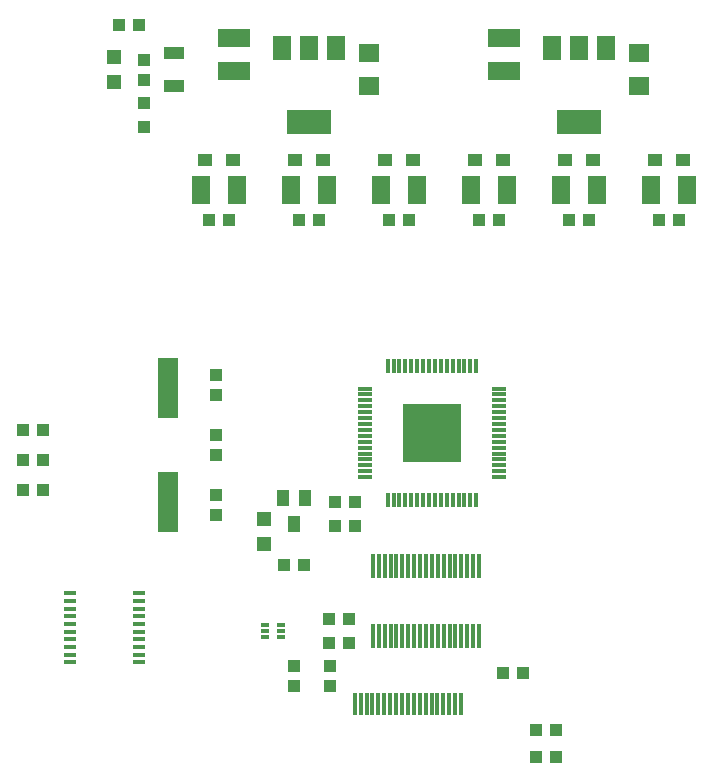
<source format=gtp>
G75*
G70*
%OFA0B0*%
%FSLAX24Y24*%
%IPPOS*%
%LPD*%
%AMOC8*
5,1,8,0,0,1.08239X$1,22.5*
%
%ADD10R,0.0118X0.0472*%
%ADD11R,0.0472X0.0118*%
%ADD12R,0.1969X0.1969*%
%ADD13R,0.0118X0.0748*%
%ADD14R,0.0118X0.0787*%
%ADD15R,0.0709X0.0394*%
%ADD16R,0.0394X0.0394*%
%ADD17R,0.0394X0.0433*%
%ADD18R,0.0472X0.0472*%
%ADD19R,0.1063X0.0630*%
%ADD20R,0.0709X0.0630*%
%ADD21R,0.0472X0.0394*%
%ADD22R,0.0630X0.0945*%
%ADD23R,0.0433X0.0394*%
%ADD24R,0.0590X0.0790*%
%ADD25R,0.1500X0.0790*%
%ADD26R,0.0700X0.2000*%
%ADD27R,0.0390X0.0120*%
%ADD28R,0.0276X0.0118*%
%ADD29R,0.0394X0.0551*%
D10*
X016124Y010824D03*
X016320Y010824D03*
X016517Y010824D03*
X016714Y010824D03*
X016911Y010824D03*
X017108Y010824D03*
X017305Y010824D03*
X017502Y010824D03*
X017698Y010824D03*
X017895Y010824D03*
X018092Y010824D03*
X018289Y010824D03*
X018486Y010824D03*
X018683Y010824D03*
X018880Y010824D03*
X019076Y010824D03*
X019076Y015312D03*
X018880Y015312D03*
X018683Y015312D03*
X018486Y015312D03*
X018289Y015312D03*
X018092Y015312D03*
X017895Y015312D03*
X017698Y015312D03*
X017502Y015312D03*
X017305Y015312D03*
X017108Y015312D03*
X016911Y015312D03*
X016714Y015312D03*
X016517Y015312D03*
X016320Y015312D03*
X016124Y015312D03*
D11*
X015356Y014545D03*
X015356Y014348D03*
X015356Y014151D03*
X015356Y013954D03*
X015356Y013757D03*
X015356Y013560D03*
X015356Y013364D03*
X015356Y013167D03*
X015356Y012970D03*
X015356Y012773D03*
X015356Y012576D03*
X015356Y012379D03*
X015356Y012182D03*
X015356Y011986D03*
X015356Y011789D03*
X015356Y011592D03*
X019844Y011592D03*
X019844Y011789D03*
X019844Y011986D03*
X019844Y012182D03*
X019844Y012379D03*
X019844Y012576D03*
X019844Y012773D03*
X019844Y012970D03*
X019844Y013167D03*
X019844Y013364D03*
X019844Y013560D03*
X019844Y013757D03*
X019844Y013954D03*
X019844Y014151D03*
X019844Y014348D03*
X019844Y014545D03*
D12*
X017600Y013068D03*
D13*
X017586Y004042D03*
X017783Y004042D03*
X017980Y004042D03*
X018176Y004042D03*
X018373Y004042D03*
X018570Y004042D03*
X017389Y004042D03*
X017192Y004042D03*
X016995Y004042D03*
X016798Y004042D03*
X016602Y004042D03*
X016405Y004042D03*
X016208Y004042D03*
X016011Y004042D03*
X015814Y004042D03*
X015617Y004042D03*
X015420Y004042D03*
X015224Y004042D03*
X015027Y004042D03*
D14*
X015628Y006307D03*
X015825Y006307D03*
X016022Y006307D03*
X016219Y006307D03*
X016416Y006307D03*
X016613Y006307D03*
X016809Y006307D03*
X017006Y006307D03*
X017203Y006307D03*
X017400Y006307D03*
X017597Y006307D03*
X017794Y006307D03*
X017991Y006307D03*
X018187Y006307D03*
X018384Y006307D03*
X018581Y006307D03*
X018778Y006307D03*
X018975Y006307D03*
X019172Y006307D03*
X019172Y008630D03*
X018975Y008630D03*
X018778Y008630D03*
X018581Y008630D03*
X018384Y008630D03*
X018187Y008630D03*
X017991Y008630D03*
X017794Y008630D03*
X017597Y008630D03*
X017400Y008630D03*
X017203Y008630D03*
X017006Y008630D03*
X016809Y008630D03*
X016613Y008630D03*
X016416Y008630D03*
X016219Y008630D03*
X016022Y008630D03*
X015825Y008630D03*
X015628Y008630D03*
D15*
X009000Y024617D03*
X009000Y025719D03*
D16*
X008000Y024062D03*
X008000Y023275D03*
D17*
X008000Y024834D03*
X008000Y025503D03*
X007835Y026668D03*
X007165Y026668D03*
X010400Y015003D03*
X010400Y014334D03*
X010400Y011003D03*
X010400Y010334D03*
X012665Y008668D03*
X013335Y008668D03*
X014365Y009968D03*
X015035Y009968D03*
X015035Y010768D03*
X014365Y010768D03*
X014165Y006868D03*
X014835Y006868D03*
X014835Y006068D03*
X014165Y006068D03*
X021065Y003168D03*
X021735Y003168D03*
X021735Y002268D03*
X021065Y002268D03*
X004635Y011168D03*
X003965Y011168D03*
X003965Y012168D03*
X004635Y012168D03*
X004635Y013168D03*
X003965Y013168D03*
D18*
X012000Y010182D03*
X012000Y009355D03*
X007000Y024755D03*
X007000Y025582D03*
D19*
X011000Y025117D03*
X011000Y026219D03*
X020000Y026219D03*
X020000Y025117D03*
D20*
X015500Y024617D03*
X015500Y025719D03*
X024500Y025719D03*
X024500Y024617D03*
D21*
X025028Y022168D03*
X025972Y022168D03*
X022972Y022168D03*
X022028Y022168D03*
X019972Y022168D03*
X019028Y022168D03*
X016972Y022168D03*
X016028Y022168D03*
X013972Y022168D03*
X013028Y022168D03*
X010972Y022168D03*
X010028Y022168D03*
D22*
X009909Y021168D03*
X011091Y021168D03*
X012909Y021168D03*
X014091Y021168D03*
X015909Y021168D03*
X017091Y021168D03*
X018909Y021168D03*
X020091Y021168D03*
X021909Y021168D03*
X023091Y021168D03*
X024909Y021168D03*
X026091Y021168D03*
D23*
X025835Y020168D03*
X025165Y020168D03*
X022835Y020168D03*
X022165Y020168D03*
X019835Y020168D03*
X019165Y020168D03*
X016835Y020168D03*
X016165Y020168D03*
X013835Y020168D03*
X013165Y020168D03*
X010835Y020168D03*
X010165Y020168D03*
X010400Y013003D03*
X010400Y012334D03*
X013000Y005303D03*
X013000Y004634D03*
X014200Y004634D03*
X014200Y005303D03*
X019965Y005068D03*
X020635Y005068D03*
D24*
X021590Y025908D03*
X022490Y025908D03*
X023390Y025908D03*
X014390Y025908D03*
X013490Y025908D03*
X012590Y025908D03*
D25*
X013500Y023428D03*
X022500Y023428D03*
D26*
X008800Y014568D03*
X008800Y010768D03*
D27*
X005551Y005417D03*
X005551Y005673D03*
X005551Y005929D03*
X005551Y006184D03*
X005551Y006440D03*
X005551Y006696D03*
X005551Y006952D03*
X005551Y007208D03*
X005551Y007464D03*
X005551Y007720D03*
X007849Y007720D03*
X007849Y007464D03*
X007849Y007208D03*
X007849Y006952D03*
X007849Y006696D03*
X007849Y006440D03*
X007849Y006184D03*
X007849Y005929D03*
X007849Y005673D03*
X007849Y005417D03*
D28*
X012024Y006271D03*
X012024Y006468D03*
X012024Y006665D03*
X012576Y006665D03*
X012576Y006468D03*
X012576Y006271D03*
D29*
X013000Y010035D03*
X012626Y010901D03*
X013374Y010901D03*
M02*

</source>
